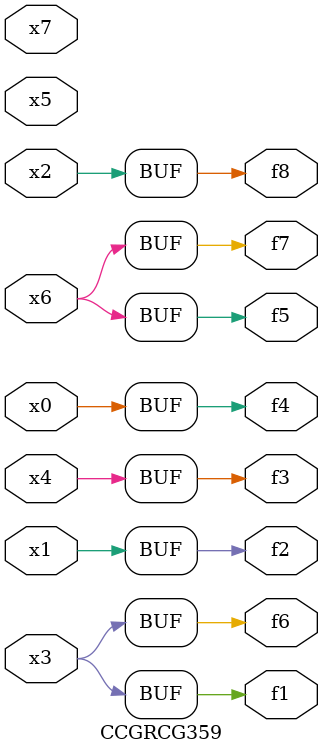
<source format=v>
module CCGRCG359(
	input x0, x1, x2, x3, x4, x5, x6, x7,
	output f1, f2, f3, f4, f5, f6, f7, f8
);
	assign f1 = x3;
	assign f2 = x1;
	assign f3 = x4;
	assign f4 = x0;
	assign f5 = x6;
	assign f6 = x3;
	assign f7 = x6;
	assign f8 = x2;
endmodule

</source>
